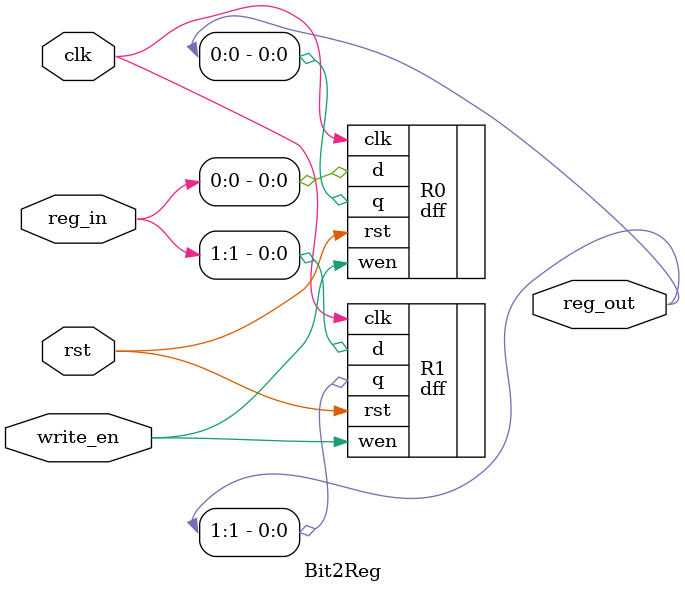
<source format=v>
module Bit2Reg (clk, rst, write_en, reg_in, reg_out);
	input clk, rst, write_en;
	input [1:0] reg_in;
	output [1:0] reg_out;

	dff R0(.q(reg_out[0]), .d(reg_in[0]), .wen(write_en), .clk(clk), .rst(rst));
	dff R1(.q(reg_out[1]), .d(reg_in[1]), .wen(write_en), .clk(clk), .rst(rst));

endmodule

</source>
